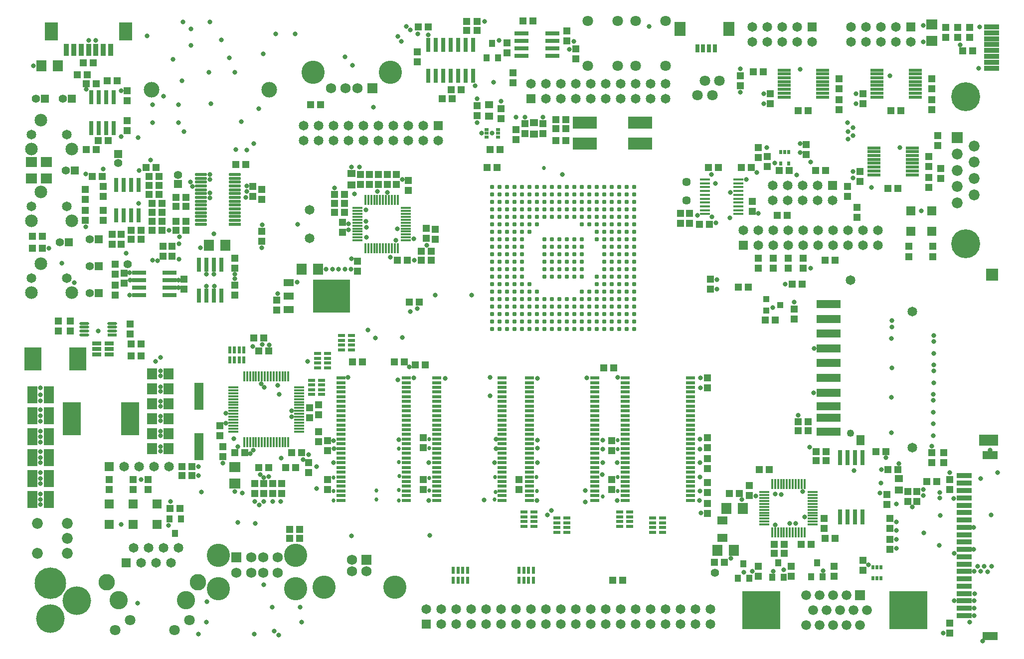
<source format=gts>
%FSDAX44Y44*%
%MOIN*%
%SFA1B1*%

%IPPOS*%
%ADD75C,0.064960*%
%ADD128O,0.064960X0.022050*%
%ADD129R,0.064960X0.022050*%
%ADD130R,0.068900X0.076770*%
%ADD131R,0.045280X0.049210*%
%ADD132R,0.045280X0.023620*%
%ADD133R,0.045280X0.023620*%
%ADD134R,0.049210X0.045280*%
%ADD135R,0.023620X0.045280*%
%ADD136R,0.023620X0.045280*%
%ADD137R,0.053150X0.045280*%
%ADD138R,0.064960X0.183070*%
%ADD139R,0.163390X0.084650*%
%ADD140R,0.068900X0.017720*%
%ADD141R,0.017720X0.068900*%
%ADD142R,0.021650X0.025590*%
%ADD143R,0.029530X0.092520*%
%ADD144R,0.029530X0.092520*%
%ADD145R,0.092520X0.029530*%
%ADD146R,0.092520X0.029530*%
%ADD147O,0.080710X0.021650*%
%ADD148R,0.080710X0.021650*%
%ADD149R,0.064960X0.022280*%
%ADD150R,0.090550X0.021650*%
%ADD151R,0.090550X0.021650*%
%ADD152R,0.104330X0.033470*%
%ADD153C,0.030910*%
%ADD154R,0.025590X0.021650*%
%ADD155R,0.029530X0.098430*%
%ADD156R,0.039370X0.045280*%
%ADD157R,0.039370X0.045280*%
%ADD158R,0.043310X0.041340*%
%ADD159R,0.043310X0.041340*%
%ADD160R,0.062990X0.027560*%
%ADD161R,0.062990X0.027560*%
%ADD162R,0.104330X0.055120*%
%ADD163R,0.100390X0.037400*%
%ADD164R,0.068900X0.053150*%
%ADD165R,0.120080X0.218500*%
%ADD166R,0.029530X0.057090*%
%ADD167R,0.076770X0.092520*%
%ADD168R,0.088580X0.124020*%
%ADD169R,0.037400X0.084650*%
%ADD170R,0.064960X0.064960*%
%ADD171R,0.115910X0.155910*%
%ADD172R,0.076770X0.068900*%
%ADD173R,0.068900X0.112210*%
%ADD174R,0.127950X0.072840*%
%ADD175R,0.080710X0.080710*%
%ADD176R,0.163390X0.053150*%
%ADD177R,0.057090X0.070870*%
%ADD178R,0.068900X0.045280*%
%ADD179R,0.250000X0.218500*%
%ADD180C,0.064960*%
%ADD181C,0.057090*%
%ADD182C,0.070870*%
%ADD183C,0.072840*%
%ADD184C,0.155510*%
%ADD185C,0.068900*%
%ADD186R,0.068900X0.068900*%
%ADD187C,0.070910*%
%ADD188C,0.065910*%
%ADD189R,0.065910X0.065910*%
%ADD190R,0.255910X0.255910*%
%ADD191C,0.064910*%
%ADD192C,0.084650*%
%ADD193C,0.110240*%
%ADD194R,0.064960X0.064960*%
%ADD195C,0.122050*%
%ADD196C,0.193310*%
%ADD197R,0.072440X0.072440*%
%ADD198C,0.072440*%
%ADD199C,0.210630*%
%ADD200C,0.190950*%
%ADD201C,0.055120*%
%ADD202R,0.055120X0.055120*%
%ADD203C,0.104330*%
%ADD204C,0.049210*%
%ADD205C,0.031500*%
%ADD206C,0.027170*%
%ADD207C,0.055910*%
%LNpcb1-1*%
%LPD*%
G54D75*
X00011525Y00036139D03*
X00012525D03*
X00013525D03*
X00014025Y00037139D03*
X00013025D03*
X00012025D03*
X00011025D03*
G54D128*
X00007710Y00051400D03*
Y00051655D03*
Y00051911D03*
Y00052167D03*
X00009600D03*
Y00051911D03*
Y00051655D03*
G54D129*
X00009600Y00051400D03*
G54D130*
X00012248Y00043800D03*
Y00044800D03*
Y00045800D03*
Y00046800D03*
Y00047800D03*
X00013351D03*
Y00046800D03*
Y00045800D03*
Y00044800D03*
Y00043800D03*
Y00048800D03*
X00012248D03*
X00016048Y00057400D03*
X00017151D03*
X00022248Y00055800D03*
X00023351D03*
X00005951Y00069400D03*
X00004848D03*
X00050648Y00039800D03*
X00051751D03*
X00051151Y00037000D03*
X00050048D03*
G54D131*
X00036800Y00041065D03*
X00043000D03*
X00049400Y00040865D03*
Y00040134D03*
Y00039465D03*
X00052200Y00040665D03*
X00052800Y00035934D03*
Y00035265D03*
X00055000Y00035265D03*
Y00035934D03*
X00057856Y00035926D03*
Y00035257D03*
X00059800Y00035665D03*
Y00036334D03*
X00057200Y00038465D03*
Y00039134D03*
X00061400Y00040065D03*
Y00040734D03*
X00065600Y00032134D03*
Y00031465D03*
Y00041065D03*
X00063400Y00040934D03*
X00062800Y00040934D03*
Y00040265D03*
X00063400Y00040265D03*
X00061600Y00039134D03*
Y00038465D03*
Y00037734D03*
Y00037065D03*
X00064400Y00042865D03*
Y00043534D03*
X00065200D03*
Y00042865D03*
X00065600Y00041734D03*
X00055200Y00052465D03*
Y00053134D03*
X00062855Y00056637D03*
Y00057306D03*
X00064455D03*
Y00056637D03*
X00064200Y00061265D03*
Y00061934D03*
Y00062665D03*
Y00063334D03*
X00064800Y00064065D03*
Y00064734D03*
X00064400Y00066465D03*
Y00067134D03*
Y00067865D03*
X00065000Y00062534D03*
Y00061865D03*
X00064400Y00068534D03*
X00065310Y00071296D03*
Y00071966D03*
X00066110D03*
Y00071296D03*
X00066910D03*
Y00071966D03*
X00058200Y00068534D03*
Y00067865D03*
Y00067134D03*
Y00066465D03*
X00059800Y00066865D03*
Y00067534D03*
X00059600Y00062334D03*
Y00061665D03*
X00056000Y00063465D03*
Y00064134D03*
X00058759Y00061322D03*
Y00060652D03*
X00059400Y00059934D03*
Y00059265D03*
X00055800Y00056534D03*
Y00055865D03*
X00054800Y00055865D03*
Y00056534D03*
X00053400Y00062665D03*
Y00063334D03*
X00052800Y00063265D03*
Y00063934D03*
X00053600Y00066865D03*
Y00067534D03*
X00051600Y00068065D03*
X00052400Y00060334D03*
Y00059665D03*
X00052800Y00056534D03*
Y00055865D03*
X00053800D03*
Y00056534D03*
X00049600Y00055134D03*
X00048200Y00058865D03*
Y00059534D03*
X00049600Y00054465D03*
X00049400Y00048534D03*
Y00047865D03*
Y00044534D03*
Y00043865D03*
Y00043134D03*
Y00042465D03*
Y00041534D03*
X00052200Y00041334D03*
X00043000Y00041734D03*
Y00043665D03*
Y00044334D03*
X00036800Y00041734D03*
X00030400D03*
Y00043865D03*
Y00044534D03*
Y00041065D03*
X00024000Y00041734D03*
X00022733Y00042172D03*
Y00042842D03*
X00023400Y00044265D03*
Y00044934D03*
Y00046065D03*
Y00046734D03*
X00022800Y00046534D03*
Y00045865D03*
X00024000Y00044334D03*
Y00043665D03*
Y00041065D03*
X00020933Y00041442D03*
X00020333D03*
X00019733D03*
X00019133D03*
X00017000Y00043265D03*
Y00043934D03*
X00016800Y00044665D03*
Y00045334D03*
X00019133Y00040772D03*
X00019733D03*
X00020333D03*
X00020933D03*
X00012000Y00041734D03*
X00011000D03*
X00009381Y00041733D03*
Y00041063D03*
X00011000Y00041065D03*
X00012000D03*
X00014400Y00054465D03*
X00017800Y00054734D03*
Y00054065D03*
X00020600Y00053734D03*
Y00053065D03*
X00026000Y00055665D03*
Y00056334D03*
X00025000Y00058265D03*
Y00058934D03*
X00026200Y00061465D03*
X00026800D03*
X00027400D03*
X00028000D03*
X00028600D03*
X00029400Y00061065D03*
X00030600Y00058534D03*
X00031200Y00058469D03*
Y00057800D03*
X00030600Y00057865D03*
X00036600Y00064465D03*
Y00065134D03*
X00037200Y00064865D03*
Y00065534D03*
X00038400D03*
Y00064865D03*
X00035600Y00065865D03*
Y00066534D03*
X00036400Y00068265D03*
X00047600Y00059534D03*
Y00058865D03*
X00051600Y00068734D03*
X00040600Y00069865D03*
Y00070534D03*
X00040000Y00071065D03*
Y00071734D03*
X00036000Y00070934D03*
Y00070265D03*
X00036400Y00068934D03*
X00030000Y00069665D03*
Y00070334D03*
X00034000Y00066734D03*
Y00066065D03*
X00029400Y00061734D03*
X00028600Y00062134D03*
X00028000D03*
X00027400D03*
X00026800D03*
X00026200D03*
X00019600Y00061134D03*
Y00060465D03*
X00019000Y00060665D03*
Y00061334D03*
X00019600Y00058334D03*
Y00057665D03*
X00017800Y00056534D03*
Y00055865D03*
X00014400Y00055134D03*
X00010600Y00065065D03*
Y00065734D03*
Y00067065D03*
Y00067734D03*
X00009000Y00061334D03*
Y00060665D03*
Y00059734D03*
Y00059065D03*
X00007800D03*
Y00059734D03*
Y00060465D03*
Y00061134D03*
X00009600Y00058134D03*
X00010200D03*
Y00057465D03*
X00009600D03*
X00009800Y00056134D03*
Y00055465D03*
X00010400Y00055534D03*
Y00054865D03*
X00013000Y00056665D03*
X00013600Y00056665D03*
Y00057334D03*
X00013000Y00057334D03*
X00009800Y00054734D03*
Y00054065D03*
X00010800Y00052134D03*
Y00051465D03*
X00006800Y00051665D03*
Y00052334D03*
X00006000D03*
Y00051665D03*
G54D132*
X00037130Y00038600D03*
Y00038915D03*
Y00039229D03*
Y00039544D03*
X00037800D03*
Y00039229D03*
Y00038915D03*
X00039330Y00038829D03*
Y00039144D03*
Y00038515D03*
Y00038200D03*
X00040000Y00038515D03*
Y00038829D03*
Y00039144D03*
X00043530Y00039229D03*
Y00039544D03*
Y00038915D03*
Y00038600D03*
X00044200Y00038915D03*
Y00039229D03*
Y00039544D03*
X00045730Y00039144D03*
Y00038829D03*
Y00038515D03*
Y00038200D03*
X00046400Y00038515D03*
Y00038829D03*
Y00039144D03*
X00023600Y00048047D03*
Y00048362D03*
X00022930D03*
Y00048047D03*
X00023330Y00049200D03*
Y00049515D03*
Y00049829D03*
Y00050144D03*
X00024000D03*
Y00049829D03*
Y00049515D03*
X00024930Y00050400D03*
Y00050715D03*
Y00051029D03*
Y00051344D03*
X00025600D03*
Y00051029D03*
Y00050715D03*
X00023600Y00047732D03*
X00022930D03*
Y00047417D03*
G54D133*
X00037800Y00038600D03*
X00040000Y00038200D03*
X00044200Y00038600D03*
X00046400Y00038200D03*
X00025600Y00050400D03*
X00024000Y00049200D03*
X00023600Y00047417D03*
G54D134*
X00021465Y00037800D03*
Y00038400D03*
X00022134D03*
Y00037800D03*
X00021867Y00042507D03*
X00021198D03*
X00021598Y00043507D03*
X00022267D03*
X00028465Y00049600D03*
X00029134D03*
X00029865Y00049400D03*
X00030534D03*
X00030134Y00053600D03*
X00029465D03*
X00029334Y00056400D03*
X00028665D03*
X00030265D03*
Y00057000D03*
X00030934D03*
Y00056400D03*
X00034665Y00062600D03*
X00035334D03*
X00035534Y00063800D03*
X00034865D03*
X00039265Y00064400D03*
X00039934D03*
Y00065200D03*
Y00065800D03*
X00039265D03*
X00039265Y00065200D03*
X00037734Y00072400D03*
X00037065D03*
X00033974Y00072352D03*
Y00071752D03*
X00033304D03*
Y00072352D03*
X00030734Y00072000D03*
X00030065D03*
X00032265Y00067800D03*
X00032934D03*
X00032334Y00067200D03*
X00031665D03*
X00023534Y00066800D03*
X00022865D03*
X00024465Y00060800D03*
Y00060200D03*
Y00059600D03*
X00025134D03*
Y00060200D03*
Y00060800D03*
X00025665Y00049600D03*
X00026334D03*
X00014534Y00058400D03*
Y00059000D03*
Y00060000D03*
Y00060600D03*
X00019065Y00051200D03*
X00019734D03*
X00020067Y00050307D03*
X00019398D03*
X00018467Y00043507D03*
X00017798D03*
X00019398Y00042507D03*
X00020067D03*
X00014934Y00042600D03*
Y00042000D03*
X00014265D03*
Y00042600D03*
X00011534Y00050000D03*
X00010865D03*
Y00050800D03*
X00011534D03*
X00011534Y00057800D03*
Y00058400D03*
X00010865D03*
Y00057800D03*
X00012265Y00058400D03*
Y00059000D03*
Y00059600D03*
Y00060200D03*
X00012934D03*
Y00059600D03*
Y00059000D03*
Y00058400D03*
X00013865D03*
Y00059000D03*
Y00060000D03*
Y00060600D03*
X00012734Y00060800D03*
X00012734Y00061400D03*
X00012065D03*
Y00060800D03*
X00017865Y00062800D03*
X00018534D03*
X00009934Y00068400D03*
X00009265D03*
X00007934Y00068800D03*
X00007665Y00069600D03*
X00008334D03*
X00008534Y00068200D03*
X00007865D03*
X00007865Y00063800D03*
X00008534D03*
X00008665Y00064400D03*
X00009334D03*
X00008934Y00062000D03*
X00008265D03*
X00012065D03*
X00012734D03*
X00012534Y00062600D03*
X00011865D03*
X00007265Y00068800D03*
X00004934Y00058000D03*
X00004265D03*
Y00057200D03*
X00004934D03*
X00013465Y00039800D03*
X00014134D03*
X00043065Y00035000D03*
X00043734D03*
X00049865Y00036200D03*
X00050534D03*
X00053865Y00036800D03*
Y00037400D03*
X00054534D03*
Y00036800D03*
X00051534Y00040800D03*
X00050865D03*
X00055665Y00037400D03*
X00056334D03*
X00057265Y00037800D03*
X00057934D03*
X00062134Y00042400D03*
X00064065Y00041600D03*
X00064734D03*
X00061465Y00042400D03*
X00061334Y00043600D03*
X00060665D03*
X00057334D03*
Y00043000D03*
X00056665D03*
Y00043600D03*
X00056134Y00045000D03*
X00056134Y00045600D03*
X00055465D03*
X00055465Y00045000D03*
X00053934Y00052400D03*
X00053265D03*
X00052134Y00054600D03*
X00051465D03*
X00052865Y00042400D03*
X00053534D03*
X00043134Y00049200D03*
X00042465D03*
X00048865Y00058800D03*
X00049534D03*
X00054065Y00059400D03*
X00054734D03*
X00055065Y00054800D03*
X00055734D03*
X00057265Y00056400D03*
X00057934D03*
X00061465Y00061200D03*
X00062134D03*
X00062334Y00066400D03*
X00061665D03*
X00066465Y00070400D03*
X00067134D03*
X00056134Y00066400D03*
X00055465D03*
X00054862Y00062400D03*
X00056624Y00062387D03*
X00057293D03*
X00053134Y00069000D03*
X00052465D03*
X00052334Y00062600D03*
X00051665D03*
X00050134D03*
X00049465D03*
X00054192Y00062400D03*
G54D135*
X00037114Y00035000D03*
X00037429D03*
X00037744D03*
Y00035669D03*
X00037429D03*
X00037114D03*
X00036800D03*
X00033344D03*
X00033029D03*
X00032715D03*
X00032400D03*
X00032715Y00035000D03*
X00033029D03*
X00033344D03*
X00018400Y00049730D03*
X00018085D03*
X00017770D03*
X00017455D03*
Y00050400D03*
X00017770D03*
X00018085D03*
G54D136*
X00036800Y00035000D03*
X00032400D03*
X00018400Y00050400D03*
G54D137*
X00025600Y00061406D03*
Y00062193D03*
X00034800Y00066006D03*
Y00066793D03*
X00037800Y00065593D03*
Y00064806D03*
X00062200Y00041006D03*
Y00041793D03*
G54D138*
X00015400Y00043926D03*
Y00047273D03*
G54D139*
X00044889Y00064200D03*
Y00065578D03*
X00041188D03*
Y00064200D03*
G54D140*
X00022098Y00044935D03*
X00022098Y00045132D03*
Y00045329D03*
Y00045526D03*
X00022098Y00045723D03*
Y00045919D03*
X00022098Y00046116D03*
Y00046313D03*
Y00046510D03*
Y00046707D03*
X00022098Y00046904D03*
Y00047101D03*
X00022098Y00047297D03*
Y00047494D03*
X00022098Y00047691D03*
Y00047888D03*
X00017688D03*
Y00047691D03*
Y00047494D03*
Y00047297D03*
Y00047101D03*
Y00046904D03*
Y00046707D03*
Y00046510D03*
Y00046313D03*
Y00046116D03*
Y00045919D03*
Y00045723D03*
Y00045526D03*
Y00045329D03*
Y00045132D03*
Y00044935D03*
X00029214Y00057717D03*
Y00057914D03*
Y00058111D03*
Y00058307D03*
Y00058504D03*
Y00058701D03*
Y00058898D03*
Y00059095D03*
Y00059292D03*
Y00059489D03*
Y00059685D03*
Y00059882D03*
X00025985D03*
Y00059685D03*
Y00059489D03*
Y00059292D03*
Y00059095D03*
Y00058898D03*
Y00058701D03*
Y00058504D03*
Y00058307D03*
Y00058111D03*
Y00057914D03*
Y00057717D03*
X00053185Y00040882D03*
Y00040685D03*
Y00040489D03*
Y00040292D03*
Y00040095D03*
Y00039898D03*
Y00039701D03*
Y00039504D03*
Y00039307D03*
Y00039111D03*
Y00038914D03*
Y00038717D03*
X00056414D03*
Y00038914D03*
Y00039111D03*
Y00039307D03*
Y00039504D03*
Y00039701D03*
Y00039898D03*
Y00040095D03*
Y00040292D03*
Y00040489D03*
Y00040685D03*
Y00040882D03*
X00051459Y00059481D03*
Y00059737D03*
Y00059992D03*
Y00060248D03*
Y00060504D03*
Y00060760D03*
Y00061016D03*
Y00061272D03*
Y00061528D03*
X00049215D03*
Y00061272D03*
Y00061016D03*
Y00060760D03*
Y00060504D03*
Y00060248D03*
Y00059992D03*
Y00059737D03*
Y00059481D03*
Y00061784D03*
X00051459D03*
G54D141*
X00020976Y00044207D03*
X00021173D03*
X00021370D03*
Y00048616D03*
X00021173D03*
X00020976D03*
X00027895Y00057185D03*
X00028092D03*
X00028289D03*
X00028485D03*
X00028682D03*
Y00060414D03*
X00028485D03*
X00028289D03*
X00028092D03*
X00027895D03*
X00027698D03*
X00027501D03*
X00027304D03*
X00027107D03*
X00026911D03*
X00026714D03*
X00026517D03*
Y00057185D03*
X00026714D03*
X00026911D03*
X00027107D03*
X00027304D03*
X00027501D03*
X00027698D03*
X00020779Y00048616D03*
X00020582D03*
X00020385D03*
X00020188D03*
X00019992D03*
X00019795D03*
X00019598D03*
X00019401D03*
X00019204D03*
X00019007D03*
X00018810D03*
X00018614D03*
X00018417D03*
Y00044207D03*
X00018614D03*
X00018810D03*
X00019007D03*
X00019204D03*
X00019401D03*
X00019598D03*
X00019795D03*
X00019992D03*
X00020188D03*
X00020385D03*
X00020582D03*
X00020779D03*
X00053717Y00038185D03*
X00053914D03*
X00054111D03*
X00054307D03*
X00054504D03*
X00054701D03*
X00054898D03*
X00055095D03*
X00055292D03*
X00055489D03*
X00055685D03*
X00055882D03*
Y00041414D03*
X00055685D03*
X00055489D03*
X00055292D03*
X00055095D03*
X00054898D03*
X00054701D03*
X00054504D03*
X00054307D03*
X00054111D03*
X00053914D03*
X00053717D03*
G54D142*
X00060472Y00035111D03*
X00060728D03*
X00060984D03*
Y00035859D03*
X00060728D03*
X00060472D03*
X00054807Y00062871D03*
Y00063619D03*
X00054552D03*
X00054296D03*
Y00062871D03*
G54D143*
X00015404Y00054032D03*
X00015904D03*
X00016404D03*
X00016904D03*
X00016404Y00056079D03*
X00015904D03*
X00015404D03*
X00009704Y00065232D03*
X00009204D03*
X00008704D03*
X00008204D03*
Y00067279D03*
X00008704D03*
X00009204D03*
X00009850Y00061423D03*
X00010350D03*
X00010850D03*
X00011350D03*
Y00059376D03*
X00010850D03*
X00010350D03*
X00030739Y00068729D03*
X00031239D03*
X00031739D03*
X00032239D03*
X00032739D03*
X00033239D03*
X00033739D03*
Y00070776D03*
X00033239D03*
X00032739D03*
X00032239D03*
X00031739D03*
X00031239D03*
G54D144*
X00016904Y00056079D03*
X00009704Y00067279D03*
X00009850Y00059376D03*
X00030739Y00070776D03*
G54D145*
X00011376Y00054050D03*
Y00054550D03*
X00013423D03*
Y00054050D03*
Y00055050D03*
Y00055550D03*
X00011376Y00055050D03*
G54D146*
X00011376Y00055550D03*
X00036966Y00070050D03*
Y00070550D03*
Y00071050D03*
Y00071550D03*
X00039033D03*
Y00071050D03*
Y00070550D03*
Y00070050D03*
G54D147*
X00015516Y00058800D03*
Y00059055D03*
Y00059311D03*
Y00059567D03*
Y00059823D03*
Y00060079D03*
Y00060335D03*
Y00060591D03*
Y00060847D03*
Y00061103D03*
Y00061359D03*
X00017800D03*
Y00061103D03*
Y00060847D03*
Y00060591D03*
Y00060335D03*
Y00060079D03*
Y00059823D03*
Y00059567D03*
Y00059311D03*
Y00059055D03*
Y00061615D03*
Y00061870D03*
Y00062126D03*
X00015516D03*
Y00061870D03*
Y00061615D03*
G54D148*
X00017800Y00058800D03*
G54D149*
X00035652Y00040330D03*
Y00040645D03*
Y00040960D03*
X00037482D03*
Y00040645D03*
Y00040330D03*
X00041852D03*
Y00040645D03*
Y00040960D03*
X00043882D03*
Y00040645D03*
Y00040330D03*
X00048252D03*
Y00040645D03*
Y00040960D03*
Y00041275D03*
Y00041590D03*
Y00041905D03*
Y00042220D03*
Y00042535D03*
Y00042850D03*
Y00043165D03*
Y00043480D03*
Y00043795D03*
Y00044110D03*
Y00044425D03*
Y00044740D03*
Y00045055D03*
Y00045370D03*
Y00045685D03*
Y00046000D03*
Y00046315D03*
Y00046629D03*
Y00046944D03*
Y00047259D03*
Y00047574D03*
Y00047889D03*
Y00048204D03*
Y00048519D03*
X00043882D03*
Y00048204D03*
X00041852D03*
Y00048519D03*
Y00047889D03*
Y00047574D03*
Y00047259D03*
Y00046944D03*
Y00046629D03*
Y00046315D03*
Y00046000D03*
Y00045685D03*
Y00045370D03*
Y00045055D03*
Y00044740D03*
Y00044425D03*
Y00044110D03*
Y00043795D03*
Y00043480D03*
Y00043165D03*
Y00042850D03*
Y00042535D03*
Y00042220D03*
Y00041905D03*
Y00041590D03*
Y00041275D03*
X00043882D03*
Y00041590D03*
Y00041905D03*
Y00042220D03*
Y00042535D03*
Y00042850D03*
Y00043165D03*
Y00043480D03*
Y00043795D03*
Y00044110D03*
Y00044425D03*
Y00044740D03*
Y00045055D03*
Y00045370D03*
Y00045685D03*
Y00046000D03*
Y00046315D03*
Y00046629D03*
Y00046944D03*
Y00047259D03*
Y00047574D03*
Y00047889D03*
X00037482Y00048204D03*
Y00048519D03*
X00035652D03*
Y00048204D03*
Y00047889D03*
Y00047574D03*
Y00047259D03*
Y00046944D03*
Y00046629D03*
Y00046315D03*
Y00046000D03*
Y00045685D03*
Y00045370D03*
Y00045055D03*
Y00044740D03*
Y00044425D03*
Y00044110D03*
Y00043795D03*
Y00043480D03*
Y00043165D03*
Y00042850D03*
Y00042535D03*
Y00042220D03*
Y00041905D03*
Y00041590D03*
Y00041275D03*
X00037482D03*
Y00041590D03*
Y00041905D03*
Y00042220D03*
Y00042535D03*
Y00042850D03*
Y00043165D03*
Y00043480D03*
Y00043795D03*
Y00044110D03*
Y00044425D03*
Y00044740D03*
Y00045055D03*
Y00045370D03*
Y00045685D03*
Y00046000D03*
Y00046315D03*
Y00046629D03*
Y00046944D03*
Y00047259D03*
Y00047574D03*
Y00047889D03*
X00031282Y00048204D03*
Y00048519D03*
X00029252D03*
Y00048204D03*
Y00047889D03*
Y00047574D03*
Y00047259D03*
Y00046944D03*
Y00046629D03*
Y00046315D03*
Y00046000D03*
Y00045685D03*
Y00045370D03*
Y00045055D03*
Y00044740D03*
Y00044425D03*
Y00044110D03*
Y00043795D03*
Y00043480D03*
Y00043165D03*
Y00042850D03*
Y00042535D03*
Y00042220D03*
Y00041905D03*
Y00041590D03*
Y00041275D03*
X00031282D03*
Y00041590D03*
Y00041905D03*
Y00042220D03*
Y00042535D03*
Y00042850D03*
Y00043165D03*
Y00043480D03*
Y00043795D03*
Y00044110D03*
Y00044425D03*
Y00044740D03*
Y00045055D03*
Y00045370D03*
Y00045685D03*
Y00046000D03*
Y00046315D03*
Y00046629D03*
Y00046944D03*
Y00047259D03*
Y00047574D03*
Y00047889D03*
Y00040960D03*
Y00040645D03*
Y00040330D03*
X00029252D03*
Y00040645D03*
Y00040960D03*
X00024882Y00041275D03*
Y00041590D03*
Y00041905D03*
Y00042220D03*
Y00042535D03*
Y00042850D03*
Y00043165D03*
Y00043480D03*
Y00043795D03*
Y00044110D03*
Y00044425D03*
Y00044740D03*
Y00045055D03*
Y00045370D03*
Y00045685D03*
Y00046000D03*
Y00046315D03*
Y00046629D03*
Y00046944D03*
Y00047259D03*
Y00047574D03*
Y00047889D03*
Y00040960D03*
Y00040645D03*
Y00040330D03*
Y00048204D03*
Y00048519D03*
G54D150*
X00063089Y00062104D03*
X00063289Y00067304D03*
X00057089D03*
G54D151*
X00063089Y00062360D03*
Y00062616D03*
Y00062872D03*
Y00063127D03*
Y00063383D03*
Y00063639D03*
Y00063895D03*
X00063289Y00067560D03*
Y00067816D03*
Y00068072D03*
Y00068328D03*
Y00068583D03*
Y00068839D03*
Y00069095D03*
X00060710D03*
Y00068839D03*
Y00068583D03*
X00057089D03*
Y00068839D03*
Y00069095D03*
Y00068327D03*
Y00068072D03*
Y00067816D03*
Y00067560D03*
X00060710D03*
Y00067304D03*
Y00067816D03*
Y00068072D03*
Y00068328D03*
X00060510Y00063895D03*
Y00063639D03*
Y00063383D03*
Y00063127D03*
Y00062872D03*
Y00062616D03*
Y00062360D03*
Y00062104D03*
X00054510Y00068583D03*
Y00068839D03*
Y00069095D03*
Y00068327D03*
Y00068072D03*
Y00067816D03*
Y00067560D03*
Y00067304D03*
G54D152*
X00068400Y00069231D03*
Y00069625D03*
Y00070018D03*
Y00070412D03*
Y00070806D03*
Y00071200D03*
Y00071593D03*
Y00071987D03*
G54D153*
X00041500Y00051800D03*
Y00052300D03*
Y00052800D03*
Y00053300D03*
Y00053800D03*
Y00054300D03*
X00042000D03*
X00042500D03*
X00043000D03*
X00043500D03*
X00044000D03*
X00044500D03*
Y00053800D03*
X00044000D03*
X00043500D03*
X00043000D03*
X00042500D03*
X00042000D03*
Y00053300D03*
X00042500D03*
X00043000D03*
X00043500D03*
X00044000D03*
X00044500D03*
Y00052800D03*
X00044000D03*
X00043500D03*
X00043000D03*
X00042500D03*
X00042000D03*
Y00052300D03*
X00042500D03*
X00043000D03*
X00043500D03*
X00044000D03*
X00044500D03*
Y00051800D03*
X00044000D03*
X00043500D03*
X00043000D03*
X00042500D03*
X00042000D03*
Y00054800D03*
Y00055300D03*
X00042500D03*
Y00055800D03*
Y00056300D03*
Y00056800D03*
Y00057300D03*
Y00057800D03*
Y00058300D03*
Y00058800D03*
Y00059300D03*
Y00059800D03*
Y00060300D03*
Y00060800D03*
Y00061300D03*
X00043000D03*
X00043500D03*
X00044000D03*
X00044500D03*
Y00060800D03*
X00044000D03*
X00043500D03*
X00043000D03*
Y00060300D03*
X00043500D03*
X00044000D03*
X00044500D03*
Y00059800D03*
X00044000D03*
X00043500D03*
X00043000D03*
Y00059300D03*
X00043500D03*
X00044000D03*
X00044500D03*
Y00058800D03*
X00044000D03*
X00043500D03*
X00043000D03*
Y00058300D03*
X00043500D03*
X00044000D03*
X00044500D03*
Y00057800D03*
X00044000D03*
X00043500D03*
X00043000D03*
Y00057300D03*
X00043500D03*
X00044000D03*
X00044500D03*
Y00056800D03*
X00044000D03*
X00043500D03*
X00043000D03*
Y00056300D03*
X00043500D03*
X00044000D03*
Y00055800D03*
X00044500D03*
Y00055300D03*
X00044000D03*
X00043500D03*
Y00055800D03*
X00043000D03*
Y00055300D03*
Y00054800D03*
X00043500D03*
X00044000D03*
X00044500D03*
Y00056300D03*
X00042500Y00054800D03*
X00042000Y00057800D03*
Y00058300D03*
Y00058800D03*
Y00059300D03*
Y00059800D03*
Y00060300D03*
Y00060800D03*
Y00061300D03*
X00041500D03*
Y00060800D03*
Y00060300D03*
Y00059800D03*
Y00059300D03*
Y00058800D03*
X00041000D03*
Y00059300D03*
Y00059800D03*
Y00060300D03*
Y00060800D03*
Y00061300D03*
X00040500D03*
X00040000D03*
X00039500D03*
X00039000D03*
X00038500D03*
X00038000D03*
X00037500D03*
X00037000D03*
X00036500D03*
X00036000D03*
X00035500D03*
X00035000D03*
Y00060800D03*
X00035500D03*
X00036000D03*
X00036500D03*
X00037000D03*
X00037500D03*
X00038000D03*
X00038500D03*
X00039000D03*
X00039500D03*
X00040000D03*
X00040500D03*
Y00060300D03*
X00040000D03*
X00039500D03*
X00039000D03*
X00038500D03*
X00038000D03*
X00037500D03*
X00037000D03*
X00036500D03*
X00036000D03*
X00035500D03*
X00035000D03*
Y00059800D03*
X00035500D03*
X00036000D03*
X00036500D03*
X00037000D03*
X00037500D03*
X00038000D03*
X00038500D03*
X00039000D03*
X00039500D03*
X00040000D03*
X00040500D03*
Y00059300D03*
X00040000D03*
X00039500D03*
X00039000D03*
X00038500D03*
X00038000D03*
X00037500D03*
X00037000D03*
X00036500D03*
X00036000D03*
X00035500D03*
X00035000D03*
Y00058800D03*
X00035500D03*
X00036000D03*
X00036500D03*
X00037000D03*
X00037500D03*
X00038000D03*
X00037500Y00058300D03*
X00037000D03*
X00036500D03*
X00036000D03*
X00035500D03*
X00035000D03*
Y00057800D03*
X00035500D03*
X00036000D03*
X00036500D03*
X00037000D03*
Y00057300D03*
X00036500D03*
X00036000D03*
X00035500D03*
X00035000D03*
Y00056800D03*
X00035500D03*
X00036000D03*
X00036500D03*
X00037000D03*
Y00056300D03*
X00036500D03*
X00036000D03*
X00035500D03*
X00035000D03*
Y00055800D03*
X00035500D03*
X00036000D03*
X00036500D03*
X00037000D03*
Y00055300D03*
X00036500D03*
X00036000D03*
X00035500D03*
X00035000D03*
Y00054800D03*
X00035500D03*
X00036000D03*
X00036500D03*
X00037000D03*
X00037500D03*
X00038500Y00055300D03*
Y00055800D03*
Y00056300D03*
Y00056800D03*
Y00057300D03*
Y00057800D03*
X00039000D03*
Y00057300D03*
Y00056800D03*
Y00056300D03*
Y00055800D03*
Y00055300D03*
X00039500D03*
Y00055800D03*
Y00056300D03*
Y00056800D03*
Y00057300D03*
Y00057800D03*
X00040000D03*
Y00057300D03*
Y00056800D03*
Y00056300D03*
Y00055800D03*
Y00055300D03*
X00040500D03*
Y00055800D03*
Y00056300D03*
Y00056800D03*
Y00057300D03*
Y00057800D03*
X00041000D03*
Y00057300D03*
Y00056800D03*
Y00056300D03*
Y00055800D03*
Y00055300D03*
Y00054300D03*
Y00053800D03*
X00040500D03*
Y00053300D03*
Y00052800D03*
X00041000D03*
Y00053300D03*
X00040000D03*
Y00053800D03*
X00039500D03*
X00039000D03*
X00038500D03*
X00038000D03*
Y00054300D03*
X00037500D03*
X00037000D03*
X00036500D03*
X00036000D03*
X00035500D03*
X00035000D03*
Y00053800D03*
X00035500D03*
X00036000D03*
X00036500D03*
X00037000D03*
X00037500D03*
Y00053300D03*
X00038000D03*
X00038500D03*
Y00052800D03*
Y00052300D03*
X00039000D03*
Y00052800D03*
Y00053300D03*
X00039500D03*
Y00052800D03*
X00040000D03*
Y00052300D03*
X00040500D03*
Y00051800D03*
X00041000D03*
Y00052300D03*
X00039500D03*
Y00051800D03*
X00040000D03*
X00039000D03*
X00038500D03*
X00038000D03*
Y00052300D03*
Y00052800D03*
X00037500D03*
X00037000D03*
Y00053300D03*
X00036500D03*
X00036000D03*
X00035500D03*
X00035000D03*
Y00052800D03*
X00035500D03*
X00036000D03*
X00036500D03*
Y00052300D03*
X00037000D03*
X00037500D03*
Y00051800D03*
X00037000D03*
X00036500D03*
X00036000D03*
Y00052300D03*
X00035500D03*
X00035000D03*
Y00051800D03*
X00035500D03*
G54D154*
X00034635Y00064623D03*
Y00064879D03*
Y00065135D03*
X00035383D03*
Y00064879D03*
Y00064623D03*
G54D155*
X00058250Y00039221D03*
X00058750D03*
X00059250D03*
X00059750D03*
Y00043178D03*
X00059250D03*
X00058750D03*
X00058250D03*
G54D156*
X00013800Y00038127D03*
X00014174Y00039072D03*
X00034626Y00069927D03*
X00035000Y00070872D03*
X00051800Y00036072D03*
X00051426Y00035127D03*
X00053734Y00035196D03*
X00054108Y00036141D03*
X00056713Y00036155D03*
X00056339Y00035211D03*
G54D157*
X00013426Y00039072D03*
X00035374Y00069927D03*
X00052174Y00035127D03*
X00054482Y00035196D03*
X00057087Y00035211D03*
G54D158*
X00053337Y00053774D03*
X00054262Y00053400D03*
G54D159*
X00053337Y00053026D03*
G54D160*
X00009387Y00050078D03*
G54D161*
X00008540Y00050078D03*
Y00050452D03*
Y00050826D03*
X00009387D03*
Y00050452D03*
G54D162*
X00068292Y00031244D03*
Y00043350D03*
G54D163*
X00066540Y00032622D03*
Y00033114D03*
Y00033606D03*
Y00034098D03*
Y00034590D03*
Y00035082D03*
Y00035574D03*
Y00036066D03*
Y00036559D03*
Y00037051D03*
Y00037543D03*
Y00038035D03*
Y00038527D03*
Y00039019D03*
Y00039511D03*
Y00040003D03*
Y00040496D03*
Y00040988D03*
Y00041480D03*
Y00041972D03*
G54D164*
X00050400Y00037809D03*
Y00038990D03*
G54D165*
X00010800Y00045800D03*
X00006902D03*
G54D166*
X00048707Y00070560D03*
X00049101D03*
X00049495D03*
X00049889D03*
G54D167*
X00050833Y00071839D03*
X00047566D03*
G54D168*
X00010489Y00071688D03*
X00005528D03*
G54D169*
X00007516Y00070467D03*
X00008008D03*
X00008500D03*
X00008992D03*
X00009485D03*
X00007024D03*
X00006532D03*
G54D170*
X00030585Y00032040D03*
X00009400Y00042600D03*
X00009381Y00040087D03*
Y00038709D03*
X00011000Y00038711D03*
Y00040089D03*
X00012600D03*
Y00038711D03*
X00037600Y00067200D03*
X00031400Y00065400D03*
X00051800Y00057400D03*
X00057759Y00061387D03*
X00063000Y00059689D03*
Y00058311D03*
X00064400Y00058311D03*
Y00059689D03*
X00063000Y00072000D03*
X00056400D03*
G54D171*
X00004300Y00049800D03*
X00007300D03*
G54D172*
X00017800Y00041448D03*
Y00042551D03*
X00005200Y00061848D03*
X00004200D03*
Y00062951D03*
X00005200D03*
X00064400Y00071048D03*
Y00072151D03*
G54D173*
X00004248Y00040400D03*
X00005351D03*
Y00041800D03*
X00004248D03*
Y00043200D03*
X00005351D03*
Y00044600D03*
X00004248D03*
Y00046000D03*
X00005351D03*
Y00047400D03*
X00004248D03*
G54D174*
X00068186Y00044368D03*
G54D175*
X00068422Y00055431D03*
G54D176*
X00057497Y00044920D03*
Y00045865D03*
Y00046613D03*
Y00047538D03*
Y00048522D03*
Y00049506D03*
Y00050491D03*
Y00051475D03*
Y00052459D03*
Y00053443D03*
G54D177*
X00059623Y00044368D03*
G54D178*
X00021393Y00053095D03*
Y00053994D03*
Y00054894D03*
G54D179*
X00024267Y00053994D03*
G54D180*
X00031585Y00032040D03*
X00032585D03*
X00033585D03*
Y00033041D03*
X00032585D03*
X00031585D03*
X00030585D03*
X00034585D03*
X00035585D03*
X00036585D03*
X00037585D03*
X00038585D03*
X00039585D03*
X00040585D03*
Y00032040D03*
X00039585D03*
X00038585D03*
X00037585D03*
X00036585D03*
X00035585D03*
X00034585D03*
X00041585D03*
X00042585D03*
X00043585D03*
X00044585D03*
X00045585D03*
X00046585D03*
X00047585D03*
Y00033041D03*
X00046585D03*
X00045585D03*
X00044585D03*
X00043585D03*
X00042585D03*
X00041585D03*
X00048585D03*
X00049585D03*
Y00032040D03*
X00048585D03*
X00063104Y00043852D03*
Y00052947D03*
X00058950Y00055050D03*
X00058800Y00057400D03*
X00057800D03*
X00056800D03*
X00055800D03*
X00054800D03*
Y00058400D03*
X00055800D03*
X00056800D03*
X00057800D03*
X00058800D03*
X00059800D03*
Y00057400D03*
X00060800D03*
Y00058400D03*
X00057759Y00060387D03*
X00056759D03*
X00055759D03*
Y00061387D03*
X00056759D03*
X00054759D03*
X00053759D03*
Y00060387D03*
X00054759D03*
X00053800Y00058400D03*
X00052800D03*
X00051800D03*
X00052800Y00057400D03*
X00053800D03*
X00046600Y00067200D03*
X00045600D03*
X00044600D03*
X00043600D03*
X00042600D03*
X00041600D03*
Y00068200D03*
X00042600D03*
X00043600D03*
X00044600D03*
X00045600D03*
X00046600D03*
X00052400Y00071000D03*
Y00072000D03*
X00053400D03*
Y00071000D03*
X00054400D03*
Y00072000D03*
X00055400D03*
Y00071000D03*
X00056400D03*
X00059000D03*
Y00072000D03*
X00060000D03*
Y00071000D03*
X00061000D03*
Y00072000D03*
X00062000D03*
Y00071000D03*
X00063000D03*
X00040600Y00068200D03*
X00039600D03*
X00038600D03*
X00037600D03*
X00038600Y00067200D03*
X00039600D03*
X00040600D03*
X00031400Y00064400D03*
X00030400D03*
X00029400D03*
X00028400D03*
Y00065400D03*
X00029400D03*
X00030400D03*
X00027400D03*
X00026400D03*
X00025400D03*
X00024400D03*
X00023400D03*
X00022400D03*
Y00064400D03*
X00023400D03*
X00024400D03*
X00025400D03*
X00026400D03*
X00027400D03*
X00022800Y00059760D03*
Y00057839D03*
X00013400Y00042600D03*
X00012400D03*
X00011400D03*
X00010400D03*
G54D181*
X00048000Y00060389D03*
Y00061610D03*
G54D182*
X00041400Y00069400D03*
X00043400D03*
X00044600D03*
X00046600D03*
Y00072400D03*
X00044600D03*
X00043400D03*
X00041400D03*
G54D183*
X00004600Y00036800D03*
Y00038800D03*
X00006600D03*
Y00037800D03*
Y00036800D03*
G54D184*
X00021868Y00034425D03*
X00028480Y00034507D03*
X00023740D03*
X00021868Y00036661D03*
X00016695D03*
Y00034425D03*
X00028186Y00068952D03*
X00023013D03*
G54D185*
X00025618Y00035574D03*
Y00036362D03*
X00026602Y00035574D03*
X00020659Y00035492D03*
X00019675D03*
X00018888D03*
X00017903D03*
X00018888Y00036523D03*
X00019675D03*
X00020659D03*
X00024222Y00067885D03*
X00025206D03*
X00025993D03*
G54D186*
X00026602Y00036362D03*
X00017903Y00036523D03*
X00026977Y00067885D03*
G54D187*
X00014765Y00032309D03*
X00013765Y00031639D03*
X00010785Y00032309D03*
X00009785Y00031639D03*
X00048723Y00067415D03*
X00049707D03*
X00050200Y00068400D03*
X00049215D03*
G54D188*
X00056000Y00032000D03*
X00056900D03*
X00057800D03*
X00058700D03*
X00059600D03*
X00060050Y00033000D03*
X00059150D03*
X00058250D03*
X00057350D03*
X00056450D03*
X00056900Y00034000D03*
X00057800D03*
X00058700D03*
X00056000D03*
G54D189*
X00059600Y00034000D03*
G54D190*
X00052980Y00033000D03*
X00062820D03*
G54D191*
X00004200Y00055200D03*
X00006562D03*
Y00060000D03*
X00004200D03*
Y00064800D03*
X00006562D03*
G54D192*
X00004200Y00054235D03*
X00006877D03*
X00004829Y00056164D03*
X00004200Y00059035D03*
X00004829Y00060964D03*
X00006877Y00059035D03*
Y00063835D03*
X00004200D03*
X00004829Y00065764D03*
G54D193*
X00015325Y00034839D03*
X00009225D03*
G54D194*
X00010525Y00036139D03*
G54D195*
X00014525Y00033639D03*
X00010025D03*
G54D196*
X00066659Y00057480D03*
Y00067319D03*
G54D197*
X00066100Y00064581D03*
G54D198*
X00066100Y00060218D03*
Y00061309D03*
X00067218Y00060764D03*
Y00061854D03*
Y00062945D03*
Y00064035D03*
X00066100Y00063490D03*
Y00062400D03*
G54D199*
X00005463Y00034800D03*
G54D200*
X00005463Y00032437D03*
X00007234Y00033618D03*
G54D201*
X00008104Y00054200D03*
Y00056000D03*
Y00057800D03*
X00010000Y00062904D03*
X00014000Y00062095D03*
X00006504Y00062400D03*
X00006304Y00067200D03*
X00004504D03*
X00006104Y00057600D03*
G54D202*
X00008695Y00054200D03*
Y00056000D03*
Y00057800D03*
X00014000Y00061504D03*
X00010000Y00063495D03*
X00007095Y00062400D03*
X00006895Y00067200D03*
X00005095D03*
X00006695Y00057600D03*
G54D203*
X00020105Y00067784D03*
X00012231D03*
G54D204*
X00058950Y00044813D03*
G54D205*
X00022244Y00032173D03*
X00022165Y00033204D03*
X00030826Y00037984D03*
X00030755Y00040322D03*
X00034464Y00040354D03*
X00038000Y00040322D03*
X00038968Y00039669D03*
X00038700Y00039370D03*
X00041228Y00040236D03*
X00041212Y00040984D03*
X00043370Y00040315D03*
X00048866Y00040338D03*
X00048874Y00040960D03*
X00048944Y00039503D03*
X00051700Y00040378D03*
X00052637Y00040606D03*
X00053914Y00040764D03*
X00054307Y00040732D03*
X00053913Y00038692D03*
X00053795Y00035590D03*
X00054488Y00035700D03*
X00052393Y00035582D03*
X00051833Y00035535D03*
X00050960Y00036464D03*
X00054897Y00038779D03*
X00055291D03*
X00055874Y00039212D03*
X00055763Y00040921D03*
X00060937Y00040834D03*
X00060157Y00036031D03*
X00057118Y00035614D03*
X00065874Y00033622D03*
X00067236Y00033606D03*
Y00033118D03*
Y00032622D03*
X00066913Y00032173D03*
X00067779Y00030929D03*
X00065173Y00031464D03*
X00067244Y00034094D03*
X00068377Y00035937D03*
X00068350Y00039370D03*
X00068782Y00042200D03*
X00064513Y00048203D03*
X00064511Y00048992D03*
Y00049378D03*
Y00050165D03*
X00064519Y00050960D03*
Y00051346D03*
X00061700Y00051149D03*
X00061708Y00051937D03*
X00061716Y00052346D03*
X00061708Y00049181D03*
X00061700Y00047212D03*
X00061675Y00044856D03*
X00062196Y00042803D03*
X00064393Y00043968D03*
X00064503Y00044653D03*
Y00045441D03*
Y00046228D03*
X00064497Y00047022D03*
X00064503Y00047417D03*
X00065598Y00042173D03*
X00067665Y00041803D03*
X00068291Y00043700D03*
X00065842Y00040456D03*
X00064913Y00040472D03*
X00064937Y00040842D03*
X00063818Y00040669D03*
Y00041063D03*
X00063102Y00039881D03*
X00062031Y00040086D03*
Y00038905D03*
X00062039Y00038307D03*
Y00037724D03*
Y00037126D03*
X00063842Y00038165D03*
X00064889Y00037322D03*
X00065881Y00036787D03*
X00067204Y00037047D03*
X00067448Y00035929D03*
X00067905Y00035937D03*
X00068118Y00035566D03*
X00067661Y00035582D03*
X00067212Y00035574D03*
X00067189Y00038527D03*
X00064968Y00039322D03*
X00060976Y00041503D03*
X00061039Y00042393D03*
X00061338Y00043189D03*
X00059196Y00042338D03*
X00056212Y00043874D03*
X00055464Y00046015D03*
X00056480Y00047535D03*
X00056535Y00050472D03*
X00055204Y00053582D03*
X00063696Y00059689D03*
X00062241Y00063934D03*
X00061588Y00068734D03*
X00063826Y00071000D03*
Y00072102D03*
X00066291Y00070779D03*
X00067590Y00071992D03*
X00067535Y00069228D03*
X00055606Y00069165D03*
X00055582Y00064196D03*
Y00063590D03*
X00056291Y00062944D03*
X00055370Y00062102D03*
X00059126Y00061897D03*
X00059129Y00062334D03*
X00059118Y00064732D03*
X00059126Y00065259D03*
X00058779Y00064992D03*
X00058803Y00064472D03*
X00058755Y00065590D03*
X00059315Y00066865D03*
Y00067534D03*
X00060370Y00061252D03*
X00056291Y00055866D03*
X00053897Y00062897D03*
X00053362Y00063929D03*
X00052685Y00062252D03*
X00052000Y00061787D03*
X00049661Y00062110D03*
X00051606Y00067622D03*
X00053165Y00067535D03*
X00053172Y00066865D03*
X00052795Y00059527D03*
X00050889Y00059220D03*
X00049952Y00058905D03*
X00049685Y00059283D03*
X00048724Y00059393D03*
X00049913Y00061527D03*
X00050921Y00060921D03*
X00050007Y00055078D03*
X00050007Y00054465D03*
X00054590Y00054779D03*
X00053748Y00053220D03*
X00048921Y00048535D03*
X00048913Y00047842D03*
X00048889Y00044425D03*
X00048874Y00043771D03*
Y00042850D03*
X00048881Y00041905D03*
X00043377Y00048566D03*
X00041330Y00048519D03*
X00042377Y00044346D03*
Y00043771D03*
Y00042850D03*
X00042370Y00042070D03*
X00043354Y00042850D03*
X00038031Y00048472D03*
X00034866Y00048551D03*
X00034858Y00047322D03*
X00035252Y00044409D03*
Y00043779D03*
X00035173Y00042850D03*
X00038007Y00042842D03*
X00038015Y00043818D03*
Y00044370D03*
X00031850Y00048472D03*
X00029763Y00048519D03*
X00029464Y00049244D03*
X00028700Y00048377D03*
X00029000Y00051212D03*
X00029527Y00052944D03*
X00030000Y00053141D03*
X00031196Y00054055D03*
X00033637Y00054039D03*
X00030748Y00042842D03*
X00028740Y00044378D03*
X00025370Y00048566D03*
X00022645Y00049614D03*
X00027196Y00051181D03*
X00026685Y00051716D03*
X00024401Y00044307D03*
X00024409Y00043795D03*
X00024393Y00042842D03*
X00023259Y00042582D03*
X00022717Y00043394D03*
X00022347Y00043063D03*
X00021590Y00045937D03*
X00021606Y00046338D03*
X00023259Y00041118D03*
X00025606Y00037944D03*
X00020063Y00041929D03*
X00019733Y00041858D03*
X00019481Y00042055D03*
X00018834Y00043441D03*
X00019023Y00043685D03*
X00017992Y00043913D03*
X00017708Y00044464D03*
X00017189Y00045480D03*
Y00046141D03*
X00017000Y00042826D03*
X00015360Y00042600D03*
X00015362Y00042000D03*
X00020874Y00043157D03*
X00020756Y00047409D03*
X00020646Y00048008D03*
X00019771Y00047905D03*
X00019733Y00040252D03*
X00019433Y00040015D03*
X00019133Y00040259D03*
X00020339Y00040252D03*
X00020866D03*
X00018291Y00040811D03*
X00017795Y00040929D03*
X00017984Y00038842D03*
X00019173Y00038803D03*
X00019716Y00034692D03*
X00015543Y00040889D03*
X00015930Y00033557D03*
X00015892Y00032177D03*
X00015370Y00031377D03*
X00019086D03*
X00020428Y00031587D03*
X00020716Y00031330D03*
X00020281Y00033173D03*
X00013346Y00038645D03*
X00013480Y00040252D03*
X00010196Y00038711D03*
X00011299Y00033440D03*
X00004787Y00040039D03*
Y00040393D03*
Y00040771D03*
X00011535Y00041734D03*
X00012818Y00043629D03*
Y00043929D03*
Y00044645D03*
Y00044944D03*
Y00045645D03*
Y00045944D03*
Y00046637D03*
Y00046944D03*
Y00047637D03*
Y00047937D03*
X00019551Y00048118D03*
X00019629Y00050763D03*
X00020087Y00050724D03*
X00019000Y00050614D03*
X00020661Y00054165D03*
X00016409Y00054669D03*
X00015905D03*
X00021968Y00054921D03*
X00023897Y00055779D03*
X00024315D03*
X00024732D03*
X00025149D03*
X00025566D03*
X00025574Y00056488D03*
X00025401Y00058425D03*
Y00058826D03*
X00026566Y00058976D03*
X00026582Y00058582D03*
Y00057913D03*
X00026566Y00059748D03*
X00025787Y00060818D03*
X00027322Y00060992D03*
X00024464Y00061236D03*
X00022000Y00058795D03*
X00028646Y00058504D03*
X00028566Y00057716D03*
X00029755Y00057826D03*
X00030637Y00057385D03*
X00029789Y00056400D03*
X00028189Y00056590D03*
X00027992Y00060929D03*
X00034978Y00064879D03*
X00036590Y00065960D03*
X00037196D03*
X00038396D03*
X00035600Y00067037D03*
X00035086Y00068299D03*
X00039700Y00062118D03*
X00045488Y00072023D03*
X00051598Y00069181D03*
X00040149Y00070503D03*
X00040441Y00071023D03*
X00035448Y00071086D03*
X00034503Y00072346D03*
X00030739Y00071463D03*
X00030015Y00071511D03*
X00029535Y00071787D03*
X00029244Y00072031D03*
X00028700Y00071370D03*
X00028937Y00071007D03*
X00033858Y00068063D03*
X00034000Y00067196D03*
X00033992Y00065590D03*
X00034283Y00064881D03*
X00029000Y00061779D03*
X00025648Y00069416D03*
X00025149Y00070000D03*
X00021818Y00071511D03*
X00027055Y00066629D03*
X00026133Y00062629D03*
X00025598D03*
X00019677Y00070196D03*
X00020527Y00071527D03*
X00016889Y00071134D03*
X00017417Y00069913D03*
X00017774Y00068947D03*
X00016055Y00068944D03*
X00014240Y00068374D03*
X00014840Y00070750D03*
X00014865Y00071865D03*
X00014338Y00072338D03*
X00016118D03*
X00016200Y00066861D03*
X00018224Y00065665D03*
X00019374Y00066507D03*
X00019050Y00064200D03*
X00018598Y00063771D03*
X00017859Y00063778D03*
X00016110Y00062133D03*
Y00061795D03*
X00014834Y00061622D03*
X00014385Y00065000D03*
X00014960Y00061322D03*
X00016133Y00060874D03*
Y00060551D03*
X00018527Y00060591D03*
X00018582Y00060976D03*
X00018598Y00061354D03*
X00019614Y00058763D03*
X00019598Y00057228D03*
X00017803Y00055464D03*
Y00055141D03*
X00016401Y00055441D03*
X00015905D03*
X00015488Y00057212D03*
X00016393Y00058149D03*
X00012149Y00063102D03*
X00011401Y00062377D03*
X00011334Y00064598D03*
X00010188Y00064653D03*
X00012281Y00065600D03*
X00012291Y00066787D03*
X00013023Y00067362D03*
X00014012Y00066800D03*
X00014023Y00065600D03*
X00010175Y00067734D03*
X00007866Y00067826D03*
X00007818Y00062149D03*
X00008984Y00062496D03*
X00011357Y00060200D03*
X00013385Y00058401D03*
X00014078Y00057950D03*
X00014055Y00057480D03*
X00014047Y00056450D03*
X00014031Y00055050D03*
X00012629Y00056354D03*
X00012291Y00056401D03*
X00010511Y00056850D03*
X00010771Y00055551D03*
X00010779Y00055047D03*
X00007811Y00058637D03*
X00010740Y00054047D03*
X00014031Y00054550D03*
X00012818Y00049897D03*
X00012496Y00049606D03*
X00012818Y00048984D03*
Y00048661D03*
X00008666Y00051655D03*
X00007063Y00054889D03*
X00006228Y00056204D03*
X00005354Y00057196D03*
X00004779Y00047866D03*
X00004787Y00047401D03*
X00004779Y00046976D03*
X00004787Y00046377D03*
Y00046000D03*
Y00045637D03*
Y00044968D03*
Y00044598D03*
Y00044220D03*
Y00043590D03*
Y00043204D03*
Y00042842D03*
Y00042181D03*
Y00041803D03*
Y00041440D03*
X00008007Y00071086D03*
X00008503Y00071078D03*
X00011937Y00071393D03*
X00013661Y00069826D03*
X00004321Y00069400D03*
G54D206*
X00035165Y00040385D03*
X00035220Y00040881D03*
X00037976Y00040968D03*
X00042401Y00040598D03*
X00043401Y00040960D03*
X00043393Y00041874D03*
X00043401Y00043763D03*
X00043385Y00044362D03*
X00037968Y00041905D03*
X00035181Y00041881D03*
X00030803Y00041834D03*
X00030795Y00043834D03*
Y00044425D03*
X00028748Y00043787D03*
X00028763Y00042881D03*
X00028779Y00041944D03*
X00028748Y00041015D03*
X00028755Y00040330D03*
X00030787Y00040984D03*
X00024393Y00041842D03*
X00024401Y00040944D03*
X00024393Y00040322D03*
X00027252Y00040393D03*
X00027244Y00041000D03*
X00038448Y00062543D03*
G54D207*
X00049874Y00035472D03*
X00010622Y00056118D03*
M02*
</source>
